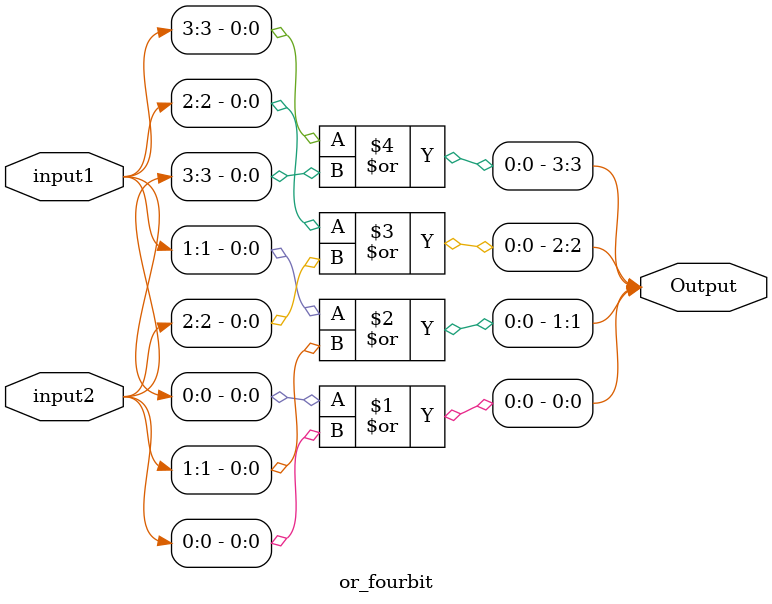
<source format=v>
module or_fourbit(input1,input2,Output);

input[3:0] input1,input2;

output[3:0] Output;

or first_Or_Gate(Output[0],input1[0],input2[0]);
or second_Or_Gate(Output[1],input1[1],input2[1]);
or third_Or_Gate(Output[2],input1[2],input2[2]);
or fourth_Or_Gate(Output[3],input1[3],input2[3]);

endmodule

</source>
